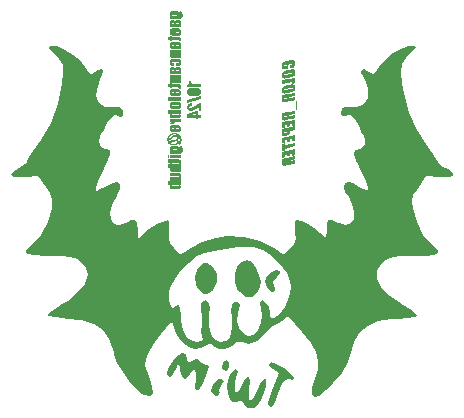
<source format=gbr>
%TF.GenerationSoftware,KiCad,Pcbnew,8.0.5*%
%TF.CreationDate,2024-10-14T18:40:36+02:00*%
%TF.ProjectId,pcb,7063622e-6b69-4636-9164-5f7063625858,rev?*%
%TF.SameCoordinates,Original*%
%TF.FileFunction,Legend,Bot*%
%TF.FilePolarity,Positive*%
%FSLAX46Y46*%
G04 Gerber Fmt 4.6, Leading zero omitted, Abs format (unit mm)*
G04 Created by KiCad (PCBNEW 8.0.5) date 2024-10-14 18:40:36*
%MOMM*%
%LPD*%
G01*
G04 APERTURE LIST*
%ADD10C,0.200000*%
%ADD11C,0.000000*%
G04 APERTURE END LIST*
D10*
G36*
X154704738Y-39860956D02*
G01*
X154704738Y-39562247D01*
X154505924Y-39603524D01*
X154454473Y-39613095D01*
X154408715Y-39616224D01*
X154392107Y-39587892D01*
X154414577Y-39544173D01*
X154462012Y-39527423D01*
X154513355Y-39515424D01*
X154518381Y-39514375D01*
X155023963Y-39409106D01*
X155074293Y-39399913D01*
X155122149Y-39396650D01*
X155142421Y-39426448D01*
X155120195Y-39466992D01*
X155073355Y-39484002D01*
X155023502Y-39495995D01*
X155007110Y-39499476D01*
X154861053Y-39529762D01*
X154861053Y-39828471D01*
X154913810Y-39817480D01*
X154965639Y-39806101D01*
X155021395Y-39792225D01*
X155070127Y-39778108D01*
X155118104Y-39761335D01*
X155161228Y-39741765D01*
X155205411Y-39711645D01*
X155242157Y-39675319D01*
X155272421Y-39635698D01*
X155290188Y-39607431D01*
X155314444Y-39558461D01*
X155331770Y-39506071D01*
X155341245Y-39457424D01*
X155345414Y-39406160D01*
X155345631Y-39391032D01*
X155343387Y-39338205D01*
X155335327Y-39284014D01*
X155321405Y-39236417D01*
X155298736Y-39190753D01*
X155265945Y-39150902D01*
X155221830Y-39121500D01*
X155174413Y-39107895D01*
X155169288Y-39107222D01*
X155116514Y-39105166D01*
X155066706Y-39108321D01*
X155017911Y-39114338D01*
X154963483Y-39123411D01*
X154924068Y-39131158D01*
X154604110Y-39197836D01*
X154555066Y-39208335D01*
X154505828Y-39219875D01*
X154454499Y-39233614D01*
X154425324Y-39242777D01*
X154380696Y-39262812D01*
X154337305Y-39291778D01*
X154309064Y-39316050D01*
X154273440Y-39355269D01*
X154245962Y-39396332D01*
X154223160Y-39442548D01*
X154221137Y-39447452D01*
X154204135Y-39498319D01*
X154194218Y-39546505D01*
X154189401Y-39596971D01*
X154188897Y-39620132D01*
X154191316Y-39673328D01*
X154200006Y-39727798D01*
X154215015Y-39775521D01*
X154239455Y-39821144D01*
X154273310Y-39860938D01*
X154316116Y-39890497D01*
X154364752Y-39905163D01*
X154419415Y-39907706D01*
X154474378Y-39903730D01*
X154530659Y-39895867D01*
X154584984Y-39885872D01*
X154594584Y-39883914D01*
X154704738Y-39860956D01*
G37*
G36*
X155180744Y-39884754D02*
G01*
X155226929Y-39903210D01*
X155254849Y-39921192D01*
X155289688Y-39956065D01*
X155316078Y-40000418D01*
X155317896Y-40004547D01*
X155334087Y-40052991D01*
X155342745Y-40101840D01*
X155345631Y-40155268D01*
X155345358Y-40172618D01*
X155341269Y-40222943D01*
X155330970Y-40275822D01*
X155314612Y-40325505D01*
X155310629Y-40335060D01*
X155287536Y-40380059D01*
X155259147Y-40420431D01*
X155225464Y-40456175D01*
X155188011Y-40486577D01*
X155144224Y-40513021D01*
X155097725Y-40532135D01*
X155068181Y-40540982D01*
X155018370Y-40554087D01*
X154965019Y-40566781D01*
X154912034Y-40578574D01*
X154862763Y-40589043D01*
X154675184Y-40627878D01*
X154644285Y-40634261D01*
X154587779Y-40645481D01*
X154538331Y-40654640D01*
X154489563Y-40662721D01*
X154436559Y-40669399D01*
X154402594Y-40670086D01*
X154353879Y-40662244D01*
X154307843Y-40643754D01*
X154279816Y-40625878D01*
X154244874Y-40591108D01*
X154218450Y-40546789D01*
X154216632Y-40542675D01*
X154200441Y-40494399D01*
X154191783Y-40445703D01*
X154188897Y-40392428D01*
X154189170Y-40374988D01*
X154190841Y-40354326D01*
X154392107Y-40354326D01*
X154409448Y-40377529D01*
X154450072Y-40374842D01*
X154501284Y-40365561D01*
X155001249Y-40261514D01*
X155018473Y-40257871D01*
X155070759Y-40245652D01*
X155119462Y-40229518D01*
X155142421Y-40193370D01*
X155124347Y-40169190D01*
X155112745Y-40169173D01*
X155063719Y-40176222D01*
X155012728Y-40186287D01*
X154504214Y-40292044D01*
X154455731Y-40303337D01*
X154407250Y-40322330D01*
X154392107Y-40354326D01*
X154190841Y-40354326D01*
X154193259Y-40324422D01*
X154203558Y-40271318D01*
X154219916Y-40221458D01*
X154223900Y-40211932D01*
X154247027Y-40167019D01*
X154275496Y-40126637D01*
X154309309Y-40090788D01*
X154346761Y-40060410D01*
X154390548Y-40034047D01*
X154437048Y-40015073D01*
X154466508Y-40006309D01*
X154516235Y-39993287D01*
X154569538Y-39980642D01*
X154622500Y-39968872D01*
X154671765Y-39958408D01*
X154859344Y-39919574D01*
X154890243Y-39913189D01*
X154946749Y-39901952D01*
X154996197Y-39892758D01*
X155044965Y-39884616D01*
X155097969Y-39877808D01*
X155131949Y-39877015D01*
X155180744Y-39884754D01*
G37*
G36*
X154204528Y-41127110D02*
G01*
X155095526Y-40941730D01*
X155095526Y-41113677D01*
X155330000Y-41065073D01*
X155330000Y-40594417D01*
X154204528Y-40828401D01*
X154204528Y-41127110D01*
G37*
G36*
X155180744Y-41160679D02*
G01*
X155226929Y-41179134D01*
X155254849Y-41197117D01*
X155289688Y-41231990D01*
X155316078Y-41276343D01*
X155317896Y-41280472D01*
X155334087Y-41328916D01*
X155342745Y-41377765D01*
X155345631Y-41431193D01*
X155345358Y-41448543D01*
X155341269Y-41498867D01*
X155330970Y-41551747D01*
X155314612Y-41601430D01*
X155310629Y-41610985D01*
X155287536Y-41655984D01*
X155259147Y-41696356D01*
X155225464Y-41732100D01*
X155188011Y-41762502D01*
X155144224Y-41788946D01*
X155097725Y-41808060D01*
X155068181Y-41816907D01*
X155018370Y-41830012D01*
X154965019Y-41842706D01*
X154912034Y-41854498D01*
X154862763Y-41864968D01*
X154675184Y-41903803D01*
X154644285Y-41910185D01*
X154587779Y-41921405D01*
X154538331Y-41930564D01*
X154489563Y-41938645D01*
X154436559Y-41945324D01*
X154402594Y-41946011D01*
X154353879Y-41938168D01*
X154307843Y-41919678D01*
X154279816Y-41901803D01*
X154244874Y-41867033D01*
X154218450Y-41822714D01*
X154216632Y-41818600D01*
X154200441Y-41770324D01*
X154191783Y-41721628D01*
X154188897Y-41668353D01*
X154189170Y-41650913D01*
X154190841Y-41630251D01*
X154392107Y-41630251D01*
X154409448Y-41653454D01*
X154450072Y-41650766D01*
X154501284Y-41641486D01*
X155001249Y-41537438D01*
X155018473Y-41533796D01*
X155070759Y-41521577D01*
X155119462Y-41505443D01*
X155142421Y-41469295D01*
X155124347Y-41445115D01*
X155112745Y-41445098D01*
X155063719Y-41452146D01*
X155012728Y-41462212D01*
X154504214Y-41567969D01*
X154455731Y-41579261D01*
X154407250Y-41598255D01*
X154392107Y-41630251D01*
X154190841Y-41630251D01*
X154193259Y-41600346D01*
X154203558Y-41547242D01*
X154219916Y-41497383D01*
X154223900Y-41487856D01*
X154247027Y-41442943D01*
X154275496Y-41402562D01*
X154309309Y-41366713D01*
X154346761Y-41336335D01*
X154390548Y-41309972D01*
X154437048Y-41290997D01*
X154466508Y-41282233D01*
X154516235Y-41269212D01*
X154569538Y-41256566D01*
X154622500Y-41244797D01*
X154671765Y-41234333D01*
X154859344Y-41195498D01*
X154890243Y-41189114D01*
X154946749Y-41177876D01*
X154996197Y-41168683D01*
X155044965Y-41160540D01*
X155097969Y-41153733D01*
X155131949Y-41152939D01*
X155180744Y-41160679D01*
G37*
G36*
X155330000Y-42169050D02*
G01*
X154829790Y-42273098D01*
X154829947Y-42281591D01*
X154847620Y-42328053D01*
X154851525Y-42329290D01*
X154900469Y-42327161D01*
X154951912Y-42317794D01*
X155330000Y-42239148D01*
X155330000Y-42517829D01*
X155031535Y-42579867D01*
X155023179Y-42581594D01*
X154970382Y-42592094D01*
X154917132Y-42601507D01*
X154864961Y-42606978D01*
X154840586Y-42603303D01*
X154795840Y-42583286D01*
X154771260Y-42563743D01*
X154747236Y-42520027D01*
X154745912Y-42530091D01*
X154728406Y-42577318D01*
X154695701Y-42616748D01*
X154667063Y-42637142D01*
X154622147Y-42657750D01*
X154570932Y-42673992D01*
X154517404Y-42686601D01*
X154508427Y-42688432D01*
X154457731Y-42696836D01*
X154405445Y-42701040D01*
X154354734Y-42698460D01*
X154304912Y-42684159D01*
X154274199Y-42665581D01*
X154240264Y-42628956D01*
X154220893Y-42581821D01*
X154212982Y-42532153D01*
X154208620Y-42479178D01*
X154206127Y-42423780D01*
X154204928Y-42370570D01*
X154204862Y-42360781D01*
X154407739Y-42360781D01*
X154407752Y-42363198D01*
X154421660Y-42412316D01*
X154435445Y-42418335D01*
X154485163Y-42414759D01*
X154546957Y-42401814D01*
X154585630Y-42392049D01*
X154630244Y-42367376D01*
X154633692Y-42360934D01*
X154642212Y-42311933D01*
X154407739Y-42360781D01*
X154204862Y-42360781D01*
X154204528Y-42310956D01*
X154204528Y-42104326D01*
X155330000Y-41870341D01*
X155330000Y-42169050D01*
G37*
G36*
X155423789Y-42539567D02*
G01*
X155423789Y-43331646D01*
X155501946Y-43315526D01*
X155501946Y-42523447D01*
X155423789Y-42539567D01*
G37*
G36*
X155330000Y-43695080D02*
G01*
X154829790Y-43799127D01*
X154829947Y-43807620D01*
X154847620Y-43854082D01*
X154851525Y-43855320D01*
X154900469Y-43853190D01*
X154951912Y-43843824D01*
X155330000Y-43765177D01*
X155330000Y-44043859D01*
X155031535Y-44105896D01*
X155023179Y-44107623D01*
X154970382Y-44118124D01*
X154917132Y-44127537D01*
X154864961Y-44133007D01*
X154840586Y-44129332D01*
X154795840Y-44109316D01*
X154771260Y-44089772D01*
X154747236Y-44046057D01*
X154745912Y-44056120D01*
X154728406Y-44103347D01*
X154695701Y-44142777D01*
X154667063Y-44163171D01*
X154622147Y-44183779D01*
X154570932Y-44200021D01*
X154517404Y-44212630D01*
X154508427Y-44214462D01*
X154457731Y-44222865D01*
X154405445Y-44227069D01*
X154354734Y-44224489D01*
X154304912Y-44210188D01*
X154274199Y-44191610D01*
X154240264Y-44154985D01*
X154220893Y-44107850D01*
X154212982Y-44058183D01*
X154208620Y-44005207D01*
X154206127Y-43949809D01*
X154204928Y-43896599D01*
X154204862Y-43886810D01*
X154407739Y-43886810D01*
X154407752Y-43889227D01*
X154421660Y-43938346D01*
X154435445Y-43944364D01*
X154485163Y-43940788D01*
X154546957Y-43927843D01*
X154585630Y-43918078D01*
X154630244Y-43893405D01*
X154633692Y-43886964D01*
X154642212Y-43837962D01*
X154407739Y-43886810D01*
X154204862Y-43886810D01*
X154204528Y-43836985D01*
X154204528Y-43630355D01*
X155330000Y-43396371D01*
X155330000Y-43695080D01*
G37*
G36*
X154204528Y-44383600D02*
G01*
X154204528Y-44871353D01*
X154439002Y-44822505D01*
X154439002Y-44633461D01*
X154626580Y-44594382D01*
X154626580Y-44771214D01*
X154861053Y-44722609D01*
X154861053Y-44545778D01*
X155095526Y-44496929D01*
X155095526Y-44704535D01*
X155330000Y-44655931D01*
X155330000Y-44149616D01*
X154204528Y-44383600D01*
G37*
G36*
X155330000Y-45029623D02*
G01*
X154876685Y-45123900D01*
X154876685Y-45193510D01*
X154876582Y-45205178D01*
X154873568Y-45254805D01*
X154865325Y-45304416D01*
X154850307Y-45352267D01*
X154841421Y-45371707D01*
X154813015Y-45414881D01*
X154773859Y-45449476D01*
X154760460Y-45457490D01*
X154714521Y-45477798D01*
X154667018Y-45492524D01*
X154617299Y-45504187D01*
X154521556Y-45524214D01*
X154467241Y-45534645D01*
X154416770Y-45542020D01*
X154366706Y-45544975D01*
X154324965Y-45539445D01*
X154279267Y-45518597D01*
X154276979Y-45516990D01*
X154243495Y-45479167D01*
X154223579Y-45433112D01*
X154218091Y-45412888D01*
X154209905Y-45364211D01*
X154205719Y-45311021D01*
X154204528Y-45256280D01*
X154204528Y-45221353D01*
X154407739Y-45221353D01*
X154407863Y-45229529D01*
X154421905Y-45278018D01*
X154439706Y-45283794D01*
X154489071Y-45278750D01*
X154579685Y-45259944D01*
X154609531Y-45252669D01*
X154656133Y-45230390D01*
X154660198Y-45225769D01*
X154673475Y-45177390D01*
X154673230Y-45166154D01*
X154407739Y-45221353D01*
X154204528Y-45221353D01*
X154204528Y-44964898D01*
X155330000Y-44730914D01*
X155330000Y-45029623D01*
G37*
G36*
X154204528Y-45667341D02*
G01*
X154204528Y-46155094D01*
X154439002Y-46106245D01*
X154439002Y-45917201D01*
X154626580Y-45878122D01*
X154626580Y-46054954D01*
X154861053Y-46006350D01*
X154861053Y-45829518D01*
X155095526Y-45780669D01*
X155095526Y-45988276D01*
X155330000Y-45939672D01*
X155330000Y-45433356D01*
X154204528Y-45667341D01*
G37*
G36*
X154204528Y-46815771D02*
G01*
X154439002Y-46766922D01*
X154439002Y-46598883D01*
X155330000Y-46413747D01*
X155330000Y-46115038D01*
X154439002Y-46300174D01*
X154439002Y-46132868D01*
X154204528Y-46181716D01*
X154204528Y-46815771D01*
G37*
G36*
X154204528Y-46874877D02*
G01*
X154204528Y-47362630D01*
X154439002Y-47313782D01*
X154439002Y-47124738D01*
X154626580Y-47085659D01*
X154626580Y-47262491D01*
X154861053Y-47213886D01*
X154861053Y-47037055D01*
X155095526Y-46988206D01*
X155095526Y-47195812D01*
X155330000Y-47147208D01*
X155330000Y-46640893D01*
X154204528Y-46874877D01*
G37*
G36*
X155330000Y-47520900D02*
G01*
X154829790Y-47624947D01*
X154829947Y-47633440D01*
X154847620Y-47679902D01*
X154851525Y-47681140D01*
X154900469Y-47679010D01*
X154951912Y-47669644D01*
X155330000Y-47590997D01*
X155330000Y-47869678D01*
X155031535Y-47931716D01*
X155023179Y-47933443D01*
X154970382Y-47943944D01*
X154917132Y-47953357D01*
X154864961Y-47958827D01*
X154840586Y-47955152D01*
X154795840Y-47935136D01*
X154771260Y-47915592D01*
X154747236Y-47871877D01*
X154745912Y-47881940D01*
X154728406Y-47929167D01*
X154695701Y-47968597D01*
X154667063Y-47988991D01*
X154622147Y-48009599D01*
X154570932Y-48025841D01*
X154517404Y-48038450D01*
X154508427Y-48040282D01*
X154457731Y-48048685D01*
X154405445Y-48052889D01*
X154354734Y-48050309D01*
X154304912Y-48036008D01*
X154274199Y-48017430D01*
X154240264Y-47980805D01*
X154220893Y-47933670D01*
X154212982Y-47884003D01*
X154208620Y-47831027D01*
X154206127Y-47775629D01*
X154204928Y-47722419D01*
X154204862Y-47712630D01*
X154407739Y-47712630D01*
X154407752Y-47715047D01*
X154421660Y-47764166D01*
X154435445Y-47770184D01*
X154485163Y-47766608D01*
X154546957Y-47753663D01*
X154585630Y-47743898D01*
X154630244Y-47719225D01*
X154633692Y-47712784D01*
X154642212Y-47663782D01*
X154407739Y-47712630D01*
X154204862Y-47712630D01*
X154204528Y-47662805D01*
X154204528Y-47456175D01*
X155330000Y-47222191D01*
X155330000Y-47520900D01*
G37*
G36*
X145580662Y-34976117D02*
G01*
X145637116Y-34982343D01*
X145684313Y-34996259D01*
X145726918Y-35021580D01*
X145760397Y-35062073D01*
X145765958Y-35072684D01*
X145784612Y-35119136D01*
X145797526Y-35171999D01*
X145804118Y-35223514D01*
X145806315Y-35279938D01*
X145805707Y-35313096D01*
X145802203Y-35362479D01*
X145794540Y-35412634D01*
X145781402Y-35461654D01*
X145769416Y-35491990D01*
X145743810Y-35536978D01*
X145708862Y-35575716D01*
X145705890Y-35578262D01*
X145665285Y-35606792D01*
X145618492Y-35623587D01*
X145581965Y-35627194D01*
X145532573Y-35629297D01*
X145483337Y-35630186D01*
X145433600Y-35630426D01*
X144727739Y-35630426D01*
X144727739Y-35358584D01*
X144789288Y-35340998D01*
X144761209Y-35313174D01*
X144756215Y-35305339D01*
X144884054Y-35305339D01*
X144897976Y-35330740D01*
X144923682Y-35335137D01*
X144972958Y-35336602D01*
X145255059Y-35336602D01*
X145300528Y-35335765D01*
X145349825Y-35329519D01*
X145368632Y-35300454D01*
X145353733Y-35275297D01*
X145329769Y-35270914D01*
X145278995Y-35269191D01*
X144972958Y-35269191D01*
X144950465Y-35269588D01*
X144900662Y-35277495D01*
X144884054Y-35305339D01*
X144756215Y-35305339D01*
X144734577Y-35271389D01*
X144733195Y-35268601D01*
X144717044Y-35221401D01*
X144712107Y-35172715D01*
X144712336Y-35160516D01*
X144719034Y-35110486D01*
X144737352Y-35064233D01*
X144770725Y-35024704D01*
X144804568Y-35003439D01*
X144853480Y-34986779D01*
X144906591Y-34978425D01*
X144960502Y-34976100D01*
X145286810Y-34976100D01*
X145329706Y-34977260D01*
X145380411Y-34982644D01*
X145427983Y-34994662D01*
X145437249Y-34998424D01*
X145478558Y-35025668D01*
X145509560Y-35063783D01*
X145523131Y-35090710D01*
X145536913Y-35141501D01*
X145540579Y-35191277D01*
X145537259Y-35229806D01*
X145523237Y-35277007D01*
X145511841Y-35300935D01*
X145483914Y-35341487D01*
X145539357Y-35341487D01*
X145567232Y-35340937D01*
X145617515Y-35332694D01*
X145634368Y-35297035D01*
X145620629Y-35271089D01*
X145571842Y-35260887D01*
X145571842Y-34975855D01*
X145580662Y-34976117D01*
G37*
G36*
X145087264Y-35973832D02*
G01*
X144986147Y-35973832D01*
X144949804Y-35974276D01*
X144898709Y-35979449D01*
X144884054Y-36008026D01*
X144902128Y-36036846D01*
X144938072Y-36044351D01*
X144987613Y-36046127D01*
X145220132Y-36046127D01*
X145397452Y-36046127D01*
X145428548Y-36045715D01*
X145480251Y-36039533D01*
X145493684Y-36011933D01*
X145475610Y-35981647D01*
X145435259Y-35975121D01*
X145386217Y-35973832D01*
X145340571Y-35975484D01*
X145291695Y-35983846D01*
X145253184Y-36008481D01*
X145220132Y-36046127D01*
X144987613Y-36046127D01*
X145009250Y-36045718D01*
X145057711Y-36037579D01*
X145063713Y-36031849D01*
X145087635Y-35988317D01*
X145108327Y-35940972D01*
X145126831Y-35895185D01*
X145139238Y-35864258D01*
X145160123Y-35817335D01*
X145185431Y-35770469D01*
X145216468Y-35731543D01*
X145255154Y-35711003D01*
X145307090Y-35700503D01*
X145361304Y-35697837D01*
X145436775Y-35697837D01*
X145486844Y-35700070D01*
X145536381Y-35708318D01*
X145586022Y-35727852D01*
X145622644Y-35761340D01*
X145645313Y-35802175D01*
X145660552Y-35849737D01*
X145665631Y-35900070D01*
X145665606Y-35903673D01*
X145659220Y-35953987D01*
X145639986Y-35999966D01*
X145627346Y-36019078D01*
X145591625Y-36053699D01*
X145650000Y-36053699D01*
X145650000Y-36339219D01*
X145187648Y-36339219D01*
X145146709Y-36339088D01*
X145096266Y-36338506D01*
X145039866Y-36337124D01*
X144990860Y-36335014D01*
X144941813Y-36331522D01*
X144888206Y-36324320D01*
X144840040Y-36307261D01*
X144797300Y-36276233D01*
X144763154Y-36235904D01*
X144756972Y-36226412D01*
X144734091Y-36176968D01*
X144720532Y-36123773D01*
X144713902Y-36070089D01*
X144712107Y-36018772D01*
X144713653Y-35975530D01*
X144720522Y-35922682D01*
X144734819Y-35869797D01*
X144756071Y-35823866D01*
X144781882Y-35785375D01*
X144816368Y-35749086D01*
X144857676Y-35722994D01*
X144868896Y-35718498D01*
X144917088Y-35705797D01*
X144970516Y-35699409D01*
X145019853Y-35697837D01*
X145087264Y-35697837D01*
X145087264Y-35973832D01*
G37*
G36*
X145366223Y-36408522D02*
G01*
X145416856Y-36412529D01*
X145468771Y-36422017D01*
X145482189Y-36426112D01*
X145526989Y-36446275D01*
X145568422Y-36475506D01*
X145587363Y-36493934D01*
X145617576Y-36535785D01*
X145639741Y-36583217D01*
X145641334Y-36587542D01*
X145655518Y-36637760D01*
X145663103Y-36687620D01*
X145665631Y-36741487D01*
X145665606Y-36747212D01*
X145663079Y-36796079D01*
X145655422Y-36844756D01*
X145639497Y-36895360D01*
X145628787Y-36917777D01*
X145599336Y-36961162D01*
X145561339Y-36997453D01*
X145554832Y-37002405D01*
X145510720Y-37030548D01*
X145463398Y-37048744D01*
X145430955Y-37054540D01*
X145382137Y-37058662D01*
X145333217Y-37059735D01*
X145259211Y-37059735D01*
X145259211Y-36781054D01*
X145386706Y-36781054D01*
X145423485Y-36780148D01*
X145473168Y-36771773D01*
X145493684Y-36735869D01*
X145478785Y-36707781D01*
X145452346Y-36702286D01*
X145403314Y-36700454D01*
X145212316Y-36700454D01*
X145212316Y-37059735D01*
X145084577Y-37059735D01*
X145076315Y-37059705D01*
X145021685Y-37057766D01*
X144972664Y-37052812D01*
X144923511Y-37043459D01*
X144876971Y-37028228D01*
X144867774Y-37024138D01*
X144825222Y-36998220D01*
X144788395Y-36963192D01*
X144757292Y-36919051D01*
X144735450Y-36871979D01*
X144722035Y-36824688D01*
X144714269Y-36772267D01*
X144712666Y-36735137D01*
X144884054Y-36735137D01*
X144902372Y-36759317D01*
X144943413Y-36764823D01*
X144993719Y-36765911D01*
X145056001Y-36765911D01*
X145056001Y-36700454D01*
X144993719Y-36700454D01*
X144950509Y-36701003D01*
X144899441Y-36706072D01*
X144884054Y-36735137D01*
X144712666Y-36735137D01*
X144712107Y-36722192D01*
X144712695Y-36698172D01*
X144718315Y-36646639D01*
X144729885Y-36598584D01*
X144749720Y-36549268D01*
X144776320Y-36506225D01*
X144813073Y-36468409D01*
X144857676Y-36440580D01*
X144896083Y-36426047D01*
X144946736Y-36414661D01*
X144998378Y-36408952D01*
X145048674Y-36407363D01*
X145312700Y-36407363D01*
X145366223Y-36408522D01*
G37*
G36*
X144602686Y-37439044D02*
G01*
X144743370Y-37439044D01*
X144743370Y-37513783D01*
X144899685Y-37513783D01*
X144899685Y-37439044D01*
X145388904Y-37439044D01*
X145440334Y-37439881D01*
X145485624Y-37446127D01*
X145493298Y-37496997D01*
X145493684Y-37525506D01*
X145650000Y-37525506D01*
X145650000Y-37405827D01*
X145649362Y-37356340D01*
X145646851Y-37307348D01*
X145641939Y-37268319D01*
X145624329Y-37221704D01*
X145603349Y-37193580D01*
X145564253Y-37163616D01*
X145534228Y-37153036D01*
X145481481Y-37147693D01*
X145427527Y-37145839D01*
X145374717Y-37145251D01*
X145357885Y-37145220D01*
X144899685Y-37145220D01*
X144899685Y-37085381D01*
X144743370Y-37085381D01*
X144743370Y-37145220D01*
X144602686Y-37145220D01*
X144602686Y-37439044D01*
G37*
G36*
X145087264Y-37820307D02*
G01*
X144986147Y-37820307D01*
X144949804Y-37820752D01*
X144898709Y-37825925D01*
X144884054Y-37854501D01*
X144902128Y-37883322D01*
X144938072Y-37890827D01*
X144987613Y-37892603D01*
X145220132Y-37892603D01*
X145397452Y-37892603D01*
X145428548Y-37892191D01*
X145480251Y-37886009D01*
X145493684Y-37858409D01*
X145475610Y-37828123D01*
X145435259Y-37821597D01*
X145386217Y-37820307D01*
X145340571Y-37821960D01*
X145291695Y-37830321D01*
X145253184Y-37854957D01*
X145220132Y-37892603D01*
X144987613Y-37892603D01*
X145009250Y-37892194D01*
X145057711Y-37884055D01*
X145063713Y-37878324D01*
X145087635Y-37834793D01*
X145108327Y-37787448D01*
X145126831Y-37741661D01*
X145139238Y-37710734D01*
X145160123Y-37663811D01*
X145185431Y-37616945D01*
X145216468Y-37578019D01*
X145255154Y-37557479D01*
X145307090Y-37546979D01*
X145361304Y-37544313D01*
X145436775Y-37544313D01*
X145486844Y-37546546D01*
X145536381Y-37554794D01*
X145586022Y-37574328D01*
X145622644Y-37607816D01*
X145645313Y-37648651D01*
X145660552Y-37696213D01*
X145665631Y-37746546D01*
X145665606Y-37750149D01*
X145659220Y-37800463D01*
X145639986Y-37846441D01*
X145627346Y-37865553D01*
X145591625Y-37900175D01*
X145650000Y-37900175D01*
X145650000Y-38185695D01*
X145187648Y-38185695D01*
X145146709Y-38185564D01*
X145096266Y-38184982D01*
X145039866Y-38183600D01*
X144990860Y-38181490D01*
X144941813Y-38177998D01*
X144888206Y-38170796D01*
X144840040Y-38153737D01*
X144797300Y-38122709D01*
X144763154Y-38082380D01*
X144756972Y-38072888D01*
X144734091Y-38023444D01*
X144720532Y-37970249D01*
X144713902Y-37916565D01*
X144712107Y-37865248D01*
X144713653Y-37822006D01*
X144720522Y-37769158D01*
X144734819Y-37716272D01*
X144756071Y-37670342D01*
X144781882Y-37631851D01*
X144816368Y-37595562D01*
X144857676Y-37569470D01*
X144868896Y-37564974D01*
X144917088Y-37552273D01*
X144970516Y-37545885D01*
X145019853Y-37544313D01*
X145087264Y-37544313D01*
X145087264Y-37820307D01*
G37*
G36*
X144727739Y-38560363D02*
G01*
X144787334Y-38556944D01*
X144753289Y-38592081D01*
X144737508Y-38617516D01*
X144719276Y-38663058D01*
X144712206Y-38714503D01*
X144712107Y-38721808D01*
X144717053Y-38773717D01*
X144733574Y-38821425D01*
X144747278Y-38843441D01*
X144783939Y-38880403D01*
X144828436Y-38902445D01*
X144834961Y-38904257D01*
X144883825Y-38912592D01*
X144932915Y-38916319D01*
X144985503Y-38917815D01*
X145007397Y-38917935D01*
X145650000Y-38917935D01*
X145650000Y-38624843D01*
X145011549Y-38624843D01*
X144960911Y-38624319D01*
X144910551Y-38621296D01*
X144901395Y-38619470D01*
X144884054Y-38592115D01*
X144904570Y-38561585D01*
X144957317Y-38556282D01*
X145008111Y-38555290D01*
X145026448Y-38555234D01*
X145650000Y-38555234D01*
X145650000Y-38262143D01*
X144727739Y-38262143D01*
X144727739Y-38560363D01*
G37*
G36*
X145087264Y-39622820D02*
G01*
X145087264Y-39345604D01*
X144972226Y-39345604D01*
X144923050Y-39343208D01*
X144901151Y-39338033D01*
X144884054Y-39311410D01*
X144898220Y-39285520D01*
X144947486Y-39279009D01*
X144971004Y-39278682D01*
X145403314Y-39278682D01*
X145452315Y-39282879D01*
X145472191Y-39289428D01*
X145493684Y-39319714D01*
X145470969Y-39351222D01*
X145420540Y-39358975D01*
X145377669Y-39360014D01*
X145259211Y-39360014D01*
X145259211Y-39622820D01*
X145313998Y-39622041D01*
X145366473Y-39620180D01*
X145417438Y-39616488D01*
X145432379Y-39614760D01*
X145481713Y-39602084D01*
X145528612Y-39579095D01*
X145546929Y-39567377D01*
X145586874Y-39534083D01*
X145618782Y-39493921D01*
X145635589Y-39463329D01*
X145652693Y-39415675D01*
X145662081Y-39366292D01*
X145665514Y-39316912D01*
X145665631Y-39305304D01*
X145663668Y-39255282D01*
X145656615Y-39203838D01*
X145642550Y-39153263D01*
X145624598Y-39114795D01*
X145595628Y-39074580D01*
X145556432Y-39039711D01*
X145509560Y-39014655D01*
X145457463Y-38999328D01*
X145407370Y-38991153D01*
X145357403Y-38986981D01*
X145301709Y-38985590D01*
X145044521Y-38985590D01*
X144989658Y-38987086D01*
X144936331Y-38992345D01*
X144887501Y-39002630D01*
X144867201Y-39009526D01*
X144823661Y-39035286D01*
X144787068Y-39072296D01*
X144759490Y-39112108D01*
X144736585Y-39158817D01*
X144721176Y-39210743D01*
X144713773Y-39261278D01*
X144712107Y-39301885D01*
X144715053Y-39355221D01*
X144723892Y-39404589D01*
X144740878Y-39455383D01*
X144759246Y-39491417D01*
X144787713Y-39531738D01*
X144823920Y-39566705D01*
X144869313Y-39593212D01*
X144878192Y-39596686D01*
X144929464Y-39610467D01*
X144979686Y-39617818D01*
X145030343Y-39621569D01*
X145087264Y-39622820D01*
G37*
G36*
X145087264Y-39949128D02*
G01*
X144986147Y-39949128D01*
X144949804Y-39949573D01*
X144898709Y-39954746D01*
X144884054Y-39983322D01*
X144902128Y-40012143D01*
X144938072Y-40019648D01*
X144987613Y-40021424D01*
X145220132Y-40021424D01*
X145397452Y-40021424D01*
X145428548Y-40021012D01*
X145480251Y-40014829D01*
X145493684Y-39987230D01*
X145475610Y-39956944D01*
X145435259Y-39950418D01*
X145386217Y-39949128D01*
X145340571Y-39950781D01*
X145291695Y-39959142D01*
X145253184Y-39983777D01*
X145220132Y-40021424D01*
X144987613Y-40021424D01*
X145009250Y-40021015D01*
X145057711Y-40012876D01*
X145063713Y-40007145D01*
X145087635Y-39963614D01*
X145108327Y-39916269D01*
X145126831Y-39870482D01*
X145139238Y-39839555D01*
X145160123Y-39792631D01*
X145185431Y-39745765D01*
X145216468Y-39706839D01*
X145255154Y-39686300D01*
X145307090Y-39675800D01*
X145361304Y-39673134D01*
X145436775Y-39673134D01*
X145486844Y-39675366D01*
X145536381Y-39683614D01*
X145586022Y-39703149D01*
X145622644Y-39736637D01*
X145645313Y-39777471D01*
X145660552Y-39825034D01*
X145665631Y-39875367D01*
X145665606Y-39878969D01*
X145659220Y-39929283D01*
X145639986Y-39975262D01*
X145627346Y-39994374D01*
X145591625Y-40028996D01*
X145650000Y-40028996D01*
X145650000Y-40314515D01*
X145187648Y-40314515D01*
X145146709Y-40314385D01*
X145096266Y-40313803D01*
X145039866Y-40312420D01*
X144990860Y-40310311D01*
X144941813Y-40306819D01*
X144888206Y-40299617D01*
X144840040Y-40282557D01*
X144797300Y-40251529D01*
X144763154Y-40211201D01*
X144756972Y-40201709D01*
X144734091Y-40152264D01*
X144720532Y-40099069D01*
X144713902Y-40045386D01*
X144712107Y-39994069D01*
X144713653Y-39950826D01*
X144720522Y-39897978D01*
X144734819Y-39845093D01*
X144756071Y-39799163D01*
X144781882Y-39760671D01*
X144816368Y-39724383D01*
X144857676Y-39698291D01*
X144868896Y-39693795D01*
X144917088Y-39681094D01*
X144970516Y-39674706D01*
X145019853Y-39673134D01*
X145087264Y-39673134D01*
X145087264Y-39949128D01*
G37*
G36*
X144727739Y-40689184D02*
G01*
X144787334Y-40685765D01*
X144753289Y-40720901D01*
X144737508Y-40746337D01*
X144719276Y-40791878D01*
X144712206Y-40843323D01*
X144712107Y-40850629D01*
X144717053Y-40902538D01*
X144733574Y-40950246D01*
X144747278Y-40972261D01*
X144783939Y-41009223D01*
X144828436Y-41031266D01*
X144834961Y-41033078D01*
X144883825Y-41041413D01*
X144932915Y-41045139D01*
X144985503Y-41046635D01*
X145007397Y-41046756D01*
X145650000Y-41046756D01*
X145650000Y-40753664D01*
X145011549Y-40753664D01*
X144960911Y-40753139D01*
X144910551Y-40750117D01*
X144901395Y-40748291D01*
X144884054Y-40720936D01*
X144904570Y-40690405D01*
X144957317Y-40685103D01*
X145008111Y-40684111D01*
X145026448Y-40684055D01*
X145650000Y-40684055D01*
X145650000Y-40390963D01*
X144727739Y-40390963D01*
X144727739Y-40689184D01*
G37*
G36*
X144602686Y-41430950D02*
G01*
X144743370Y-41430950D01*
X144743370Y-41505688D01*
X144899685Y-41505688D01*
X144899685Y-41430950D01*
X145388904Y-41430950D01*
X145440334Y-41431786D01*
X145485624Y-41438033D01*
X145493298Y-41488903D01*
X145493684Y-41517411D01*
X145650000Y-41517411D01*
X145650000Y-41397732D01*
X145649362Y-41348245D01*
X145646851Y-41299253D01*
X145641939Y-41260224D01*
X145624329Y-41213609D01*
X145603349Y-41185485D01*
X145564253Y-41155521D01*
X145534228Y-41144941D01*
X145481481Y-41139598D01*
X145427527Y-41137744D01*
X145374717Y-41137156D01*
X145357885Y-41137125D01*
X144899685Y-41137125D01*
X144899685Y-41077286D01*
X144743370Y-41077286D01*
X144743370Y-41137125D01*
X144602686Y-41137125D01*
X144602686Y-41430950D01*
G37*
G36*
X145366223Y-41541530D02*
G01*
X145416856Y-41545537D01*
X145468771Y-41555025D01*
X145482189Y-41559120D01*
X145526989Y-41579282D01*
X145568422Y-41608514D01*
X145587363Y-41626942D01*
X145617576Y-41668792D01*
X145639741Y-41716225D01*
X145641334Y-41720550D01*
X145655518Y-41770768D01*
X145663103Y-41820628D01*
X145665631Y-41874495D01*
X145665606Y-41880220D01*
X145663079Y-41929087D01*
X145655422Y-41977763D01*
X145639497Y-42028368D01*
X145628787Y-42050784D01*
X145599336Y-42094170D01*
X145561339Y-42130461D01*
X145554832Y-42135413D01*
X145510720Y-42163556D01*
X145463398Y-42181752D01*
X145430955Y-42187548D01*
X145382137Y-42191670D01*
X145333217Y-42192743D01*
X145259211Y-42192743D01*
X145259211Y-41914062D01*
X145386706Y-41914062D01*
X145423485Y-41913155D01*
X145473168Y-41904781D01*
X145493684Y-41868877D01*
X145478785Y-41840789D01*
X145452346Y-41835294D01*
X145403314Y-41833462D01*
X145212316Y-41833462D01*
X145212316Y-42192743D01*
X145084577Y-42192743D01*
X145076315Y-42192712D01*
X145021685Y-42190774D01*
X144972664Y-42185820D01*
X144923511Y-42176466D01*
X144876971Y-42161236D01*
X144867774Y-42157146D01*
X144825222Y-42131228D01*
X144788395Y-42096199D01*
X144757292Y-42052059D01*
X144735450Y-42004987D01*
X144722035Y-41957695D01*
X144714269Y-41905275D01*
X144712666Y-41868144D01*
X144884054Y-41868144D01*
X144902372Y-41892324D01*
X144943413Y-41897830D01*
X144993719Y-41898919D01*
X145056001Y-41898919D01*
X145056001Y-41833462D01*
X144993719Y-41833462D01*
X144950509Y-41834010D01*
X144899441Y-41839079D01*
X144884054Y-41868144D01*
X144712666Y-41868144D01*
X144712107Y-41855199D01*
X144712695Y-41831180D01*
X144718315Y-41779647D01*
X144729885Y-41731591D01*
X144749720Y-41682275D01*
X144776320Y-41639232D01*
X144813073Y-41601417D01*
X144857676Y-41573587D01*
X144896083Y-41559055D01*
X144946736Y-41547669D01*
X144998378Y-41541960D01*
X145048674Y-41540370D01*
X145312700Y-41540370D01*
X145366223Y-41541530D01*
G37*
G36*
X144524528Y-42565213D02*
G01*
X145650000Y-42565213D01*
X145650000Y-42263818D01*
X144524528Y-42263818D01*
X144524528Y-42565213D01*
G37*
G36*
X145327158Y-42638621D02*
G01*
X145379036Y-42640304D01*
X145428860Y-42644497D01*
X145481228Y-42653873D01*
X145495684Y-42658110D01*
X145542193Y-42678105D01*
X145582344Y-42706141D01*
X145594954Y-42718294D01*
X145624740Y-42759808D01*
X145645115Y-42808235D01*
X145647599Y-42816526D01*
X145658398Y-42866014D01*
X145664008Y-42916714D01*
X145665631Y-42966993D01*
X145663270Y-43017645D01*
X145655218Y-43069064D01*
X145641451Y-43115981D01*
X145627682Y-43147122D01*
X145600731Y-43188338D01*
X145566224Y-43222959D01*
X145550099Y-43235366D01*
X145506555Y-43260869D01*
X145457048Y-43277425D01*
X145428424Y-43282374D01*
X145376827Y-43287335D01*
X145326483Y-43289518D01*
X145275819Y-43290126D01*
X145054047Y-43290126D01*
X145013951Y-43289460D01*
X144960341Y-43285721D01*
X144908722Y-43276204D01*
X144899635Y-43273429D01*
X144854970Y-43253243D01*
X144814445Y-43224913D01*
X144795209Y-43207068D01*
X144764012Y-43165990D01*
X144740439Y-43118912D01*
X144735376Y-43105811D01*
X144722095Y-43058795D01*
X144714348Y-43006626D01*
X144712533Y-42965039D01*
X144884054Y-42965039D01*
X144899197Y-42990684D01*
X144933235Y-42995819D01*
X144983217Y-42997035D01*
X145406245Y-42997035D01*
X145429418Y-42996719D01*
X145478785Y-42990440D01*
X145493684Y-42964306D01*
X145477320Y-42938416D01*
X145446438Y-42933080D01*
X145397208Y-42931578D01*
X144983217Y-42931578D01*
X144948842Y-42932119D01*
X144899441Y-42938416D01*
X144884054Y-42965039D01*
X144712533Y-42965039D01*
X144712107Y-42955269D01*
X144713661Y-42914170D01*
X144720569Y-42863727D01*
X144734945Y-42812926D01*
X144756315Y-42768423D01*
X144786759Y-42726888D01*
X144826750Y-42691392D01*
X144873551Y-42666574D01*
X144913363Y-42654286D01*
X144966326Y-42644658D01*
X145020670Y-42639830D01*
X145073831Y-42638486D01*
X145305861Y-42638486D01*
X145327158Y-42638621D01*
G37*
G36*
X145650000Y-43635485D02*
G01*
X145588695Y-43650873D01*
X145616773Y-43679413D01*
X145643405Y-43720970D01*
X145660075Y-43766461D01*
X145665631Y-43815492D01*
X145664317Y-43841209D01*
X145652457Y-43892393D01*
X145628262Y-43937370D01*
X145621139Y-43946746D01*
X145584835Y-43981701D01*
X145540334Y-44003071D01*
X145490875Y-44012085D01*
X145441692Y-44015892D01*
X145389148Y-44016993D01*
X144981263Y-44016993D01*
X144951428Y-44016879D01*
X144897670Y-44015833D01*
X144848639Y-44012352D01*
X144826440Y-44006968D01*
X144782937Y-43984508D01*
X144756223Y-43960279D01*
X144730669Y-43917586D01*
X144729527Y-43914839D01*
X144716186Y-43866998D01*
X144712107Y-43815492D01*
X144716669Y-43769192D01*
X144732868Y-43720482D01*
X144747579Y-43693022D01*
X144751940Y-43687753D01*
X144884054Y-43687753D01*
X144902616Y-43716330D01*
X144939728Y-43722452D01*
X144991032Y-43723901D01*
X145377180Y-43723901D01*
X145424955Y-43723093D01*
X145475610Y-43717063D01*
X145493684Y-43689707D01*
X145476099Y-43662108D01*
X145435928Y-43656194D01*
X145386217Y-43655025D01*
X144991032Y-43655025D01*
X144949812Y-43655645D01*
X144899930Y-43661375D01*
X144884054Y-43687753D01*
X144751940Y-43687753D01*
X144779030Y-43655025D01*
X144524528Y-43655025D01*
X144524528Y-43361933D01*
X145650000Y-43361933D01*
X145650000Y-43635485D01*
G37*
G36*
X144727739Y-44382624D02*
G01*
X144866224Y-44363085D01*
X144816361Y-44386260D01*
X144776133Y-44414571D01*
X144741376Y-44454089D01*
X144719733Y-44500596D01*
X144711618Y-44546023D01*
X145056001Y-44546023D01*
X145058223Y-44495346D01*
X145068416Y-44444753D01*
X145074808Y-44430496D01*
X145109665Y-44395869D01*
X145127564Y-44389463D01*
X145180039Y-44384028D01*
X145231566Y-44382365D01*
X145282034Y-44381899D01*
X145289986Y-44381892D01*
X145650000Y-44381892D01*
X145650000Y-44088800D01*
X144727739Y-44088800D01*
X144727739Y-44382624D01*
G37*
G36*
X145366223Y-44582841D02*
G01*
X145416856Y-44586849D01*
X145468771Y-44596337D01*
X145482189Y-44600432D01*
X145526989Y-44620594D01*
X145568422Y-44649826D01*
X145587363Y-44668254D01*
X145617576Y-44710104D01*
X145639741Y-44757537D01*
X145641334Y-44761862D01*
X145655518Y-44812080D01*
X145663103Y-44861939D01*
X145665631Y-44915806D01*
X145665606Y-44921532D01*
X145663079Y-44970399D01*
X145655422Y-45019075D01*
X145639497Y-45069679D01*
X145628787Y-45092096D01*
X145599336Y-45135482D01*
X145561339Y-45171773D01*
X145554832Y-45176725D01*
X145510720Y-45204868D01*
X145463398Y-45223064D01*
X145430955Y-45228860D01*
X145382137Y-45232982D01*
X145333217Y-45234055D01*
X145259211Y-45234055D01*
X145259211Y-44955374D01*
X145386706Y-44955374D01*
X145423485Y-44954467D01*
X145473168Y-44946093D01*
X145493684Y-44910189D01*
X145478785Y-44882101D01*
X145452346Y-44876605D01*
X145403314Y-44874774D01*
X145212316Y-44874774D01*
X145212316Y-45234055D01*
X145084577Y-45234055D01*
X145076315Y-45234024D01*
X145021685Y-45232086D01*
X144972664Y-45227132D01*
X144923511Y-45217778D01*
X144876971Y-45202548D01*
X144867774Y-45198457D01*
X144825222Y-45172540D01*
X144788395Y-45137511D01*
X144757292Y-45093371D01*
X144735450Y-45046299D01*
X144722035Y-44999007D01*
X144714269Y-44946587D01*
X144712666Y-44909456D01*
X144884054Y-44909456D01*
X144902372Y-44933636D01*
X144943413Y-44939142D01*
X144993719Y-44940231D01*
X145056001Y-44940231D01*
X145056001Y-44874774D01*
X144993719Y-44874774D01*
X144950509Y-44875322D01*
X144899441Y-44880391D01*
X144884054Y-44909456D01*
X144712666Y-44909456D01*
X144712107Y-44896511D01*
X144712695Y-44872492D01*
X144718315Y-44820959D01*
X144729885Y-44772903D01*
X144749720Y-44723587D01*
X144776320Y-44680544D01*
X144813073Y-44642729D01*
X144857676Y-44614899D01*
X144896083Y-44600367D01*
X144946736Y-44588981D01*
X144998378Y-44583272D01*
X145048674Y-44581682D01*
X145312700Y-44581682D01*
X145366223Y-44582841D01*
G37*
G36*
X145192536Y-45282716D02*
G01*
X145253364Y-45290215D01*
X145311025Y-45302714D01*
X145365518Y-45320212D01*
X145416843Y-45342709D01*
X145465001Y-45370205D01*
X145509991Y-45402701D01*
X145551814Y-45440196D01*
X145589481Y-45481400D01*
X145622125Y-45525024D01*
X145649748Y-45571068D01*
X145672348Y-45619531D01*
X145689926Y-45670414D01*
X145702481Y-45723716D01*
X145710015Y-45779438D01*
X145712526Y-45837579D01*
X145712291Y-45854871D01*
X145708770Y-45906516D01*
X145701025Y-45957819D01*
X145689055Y-46008778D01*
X145672861Y-46059393D01*
X145652442Y-46109665D01*
X145636330Y-46142604D01*
X145608068Y-46190051D01*
X145574895Y-46235145D01*
X145536810Y-46277887D01*
X145501321Y-46311708D01*
X145462421Y-46343894D01*
X145462421Y-46181229D01*
X145481402Y-46156420D01*
X145511602Y-46110984D01*
X145536700Y-46064543D01*
X145556699Y-46017097D01*
X145565564Y-45990227D01*
X145577736Y-45940689D01*
X145585039Y-45889643D01*
X145587473Y-45837090D01*
X145586984Y-45813360D01*
X145581478Y-45756362D01*
X145569853Y-45702692D01*
X145552111Y-45652349D01*
X145528251Y-45605334D01*
X145498273Y-45561645D01*
X145462177Y-45521284D01*
X145429402Y-45492319D01*
X145384528Y-45461543D01*
X145335312Y-45436801D01*
X145281755Y-45418094D01*
X145223857Y-45405422D01*
X145174413Y-45399629D01*
X145122191Y-45397698D01*
X145067965Y-45399678D01*
X145016540Y-45405620D01*
X144967917Y-45415523D01*
X144911077Y-45433473D01*
X144858614Y-45457612D01*
X144810527Y-45487941D01*
X144766817Y-45524460D01*
X144750728Y-45540602D01*
X144715046Y-45583286D01*
X144685851Y-45629297D01*
X144663144Y-45678636D01*
X144646925Y-45731302D01*
X144637193Y-45787295D01*
X144633949Y-45846616D01*
X144634866Y-45877552D01*
X144640467Y-45926575D01*
X144653911Y-45981215D01*
X144674688Y-46031286D01*
X144702798Y-46076790D01*
X144738241Y-46117726D01*
X144758369Y-46136145D01*
X144802063Y-46167550D01*
X144850343Y-46191707D01*
X144903209Y-46208617D01*
X144960659Y-46218280D01*
X145012037Y-46220796D01*
X145036793Y-46220243D01*
X145089565Y-46214951D01*
X145138279Y-46204057D01*
X145187648Y-46185381D01*
X145222697Y-46167078D01*
X145263312Y-46139568D01*
X145300000Y-46103559D01*
X145324195Y-46066986D01*
X145337369Y-46018319D01*
X145317829Y-46000733D01*
X145294382Y-46003420D01*
X144727739Y-46091836D01*
X144727739Y-45939672D01*
X144810537Y-45930635D01*
X144784257Y-45909832D01*
X144753628Y-45870307D01*
X144734211Y-45826283D01*
X144730544Y-45798500D01*
X144852791Y-45798500D01*
X144856774Y-45824580D01*
X144886496Y-45863469D01*
X144925881Y-45881604D01*
X144976622Y-45887649D01*
X145017873Y-45886281D01*
X145072182Y-45880505D01*
X145121656Y-45871575D01*
X145172260Y-45859072D01*
X145218896Y-45844662D01*
X145264782Y-45825962D01*
X145305861Y-45798500D01*
X145325061Y-45773164D01*
X145337369Y-45724983D01*
X145330838Y-45693709D01*
X145297801Y-45657572D01*
X145295294Y-45655994D01*
X145249987Y-45637561D01*
X145198639Y-45631926D01*
X145166998Y-45632613D01*
X145113040Y-45637121D01*
X145060883Y-45645837D01*
X145010525Y-45658760D01*
X144961967Y-45675890D01*
X144942456Y-45684480D01*
X144899809Y-45710324D01*
X144865692Y-45748639D01*
X144852791Y-45798500D01*
X144730544Y-45798500D01*
X144727739Y-45777251D01*
X144732453Y-45730740D01*
X144749868Y-45679993D01*
X144780117Y-45633033D01*
X144816258Y-45595796D01*
X144861828Y-45561340D01*
X144878704Y-45550693D01*
X144922173Y-45527080D01*
X144967467Y-45507760D01*
X145014585Y-45492733D01*
X145063528Y-45482000D01*
X145114295Y-45475560D01*
X145166887Y-45473413D01*
X145183411Y-45473662D01*
X145237983Y-45478455D01*
X145287482Y-45489350D01*
X145337842Y-45509271D01*
X145381577Y-45537160D01*
X145409051Y-45562560D01*
X145439605Y-45606261D01*
X145457368Y-45656687D01*
X145462421Y-45707153D01*
X145459116Y-45744942D01*
X145442393Y-45791906D01*
X145417419Y-45827992D01*
X145382554Y-45864934D01*
X145424671Y-45883357D01*
X145454621Y-45925489D01*
X145462421Y-45977286D01*
X145462301Y-45984856D01*
X145454773Y-46037766D01*
X145435534Y-46090537D01*
X145409722Y-46135657D01*
X145375307Y-46180674D01*
X145340055Y-46218109D01*
X145308063Y-46246216D01*
X145264134Y-46276080D01*
X145215828Y-46300088D01*
X145163146Y-46318241D01*
X145106086Y-46330537D01*
X145057287Y-46336159D01*
X145005687Y-46338033D01*
X144995784Y-46337967D01*
X144938459Y-46334807D01*
X144884724Y-46326907D01*
X144834578Y-46314268D01*
X144788021Y-46296888D01*
X144738241Y-46270622D01*
X144711935Y-46253250D01*
X144669482Y-46220351D01*
X144631586Y-46184274D01*
X144598249Y-46145018D01*
X144569469Y-46102582D01*
X144545867Y-46055811D01*
X144528062Y-46003547D01*
X144517415Y-45954377D01*
X144511026Y-45901171D01*
X144508897Y-45843929D01*
X144511706Y-45779373D01*
X144520132Y-45718450D01*
X144534176Y-45661159D01*
X144553838Y-45607502D01*
X144579117Y-45557478D01*
X144610013Y-45511087D01*
X144646528Y-45468330D01*
X144688660Y-45429205D01*
X144734856Y-45394286D01*
X144783563Y-45364023D01*
X144834782Y-45338415D01*
X144888511Y-45317464D01*
X144944752Y-45301168D01*
X145003504Y-45289529D01*
X145064767Y-45282545D01*
X145128541Y-45280217D01*
X145192536Y-45282716D01*
G37*
G36*
X145580662Y-46381281D02*
G01*
X145637116Y-46387507D01*
X145684313Y-46401423D01*
X145726918Y-46426744D01*
X145760397Y-46467237D01*
X145765958Y-46477848D01*
X145784612Y-46524300D01*
X145797526Y-46577163D01*
X145804118Y-46628678D01*
X145806315Y-46685102D01*
X145805707Y-46718260D01*
X145802203Y-46767643D01*
X145794540Y-46817798D01*
X145781402Y-46866818D01*
X145769416Y-46897154D01*
X145743810Y-46942142D01*
X145708862Y-46980880D01*
X145705890Y-46983426D01*
X145665285Y-47011956D01*
X145618492Y-47028751D01*
X145581965Y-47032358D01*
X145532573Y-47034461D01*
X145483337Y-47035350D01*
X145433600Y-47035590D01*
X144727739Y-47035590D01*
X144727739Y-46763748D01*
X144789288Y-46746162D01*
X144761209Y-46718338D01*
X144756215Y-46710503D01*
X144884054Y-46710503D01*
X144897976Y-46735904D01*
X144923682Y-46740301D01*
X144972958Y-46741766D01*
X145255059Y-46741766D01*
X145300528Y-46740929D01*
X145349825Y-46734683D01*
X145368632Y-46705618D01*
X145353733Y-46680461D01*
X145329769Y-46676078D01*
X145278995Y-46674355D01*
X144972958Y-46674355D01*
X144950465Y-46674752D01*
X144900662Y-46682659D01*
X144884054Y-46710503D01*
X144756215Y-46710503D01*
X144734577Y-46676553D01*
X144733195Y-46673765D01*
X144717044Y-46626565D01*
X144712107Y-46577879D01*
X144712336Y-46565680D01*
X144719034Y-46515650D01*
X144737352Y-46469397D01*
X144770725Y-46429868D01*
X144804568Y-46408603D01*
X144853480Y-46391943D01*
X144906591Y-46383589D01*
X144960502Y-46381264D01*
X145286810Y-46381264D01*
X145329706Y-46382424D01*
X145380411Y-46387808D01*
X145427983Y-46399826D01*
X145437249Y-46403588D01*
X145478558Y-46430832D01*
X145509560Y-46468947D01*
X145523131Y-46495874D01*
X145536913Y-46546665D01*
X145540579Y-46596441D01*
X145537259Y-46634970D01*
X145523237Y-46682171D01*
X145511841Y-46706099D01*
X145483914Y-46746651D01*
X145539357Y-46746651D01*
X145567232Y-46746101D01*
X145617515Y-46737858D01*
X145634368Y-46702199D01*
X145620629Y-46676253D01*
X145571842Y-46666051D01*
X145571842Y-46381019D01*
X145580662Y-46381281D01*
G37*
G36*
X144524528Y-47416853D02*
G01*
X144680844Y-47416853D01*
X144680844Y-47115458D01*
X144524528Y-47115458D01*
X144524528Y-47416853D01*
G37*
G36*
X144727739Y-47416853D02*
G01*
X145650000Y-47416853D01*
X145650000Y-47115458D01*
X144727739Y-47115458D01*
X144727739Y-47416853D01*
G37*
G36*
X144602686Y-47806665D02*
G01*
X144743370Y-47806665D01*
X144743370Y-47881403D01*
X144899685Y-47881403D01*
X144899685Y-47806665D01*
X145388904Y-47806665D01*
X145440334Y-47807502D01*
X145485624Y-47813748D01*
X145493298Y-47864618D01*
X145493684Y-47893127D01*
X145650000Y-47893127D01*
X145650000Y-47773448D01*
X145649362Y-47723961D01*
X145646851Y-47674968D01*
X145641939Y-47635939D01*
X145624329Y-47589324D01*
X145603349Y-47561201D01*
X145564253Y-47531236D01*
X145534228Y-47520656D01*
X145481481Y-47515314D01*
X145427527Y-47513459D01*
X145374717Y-47512871D01*
X145357885Y-47512841D01*
X144899685Y-47512841D01*
X144899685Y-47453001D01*
X144743370Y-47453001D01*
X144743370Y-47512841D01*
X144602686Y-47512841D01*
X144602686Y-47806665D01*
G37*
G36*
X144524528Y-48217481D02*
G01*
X144769260Y-48217481D01*
X144741008Y-48258957D01*
X144729692Y-48283915D01*
X144715971Y-48331243D01*
X144712107Y-48375751D01*
X144716667Y-48424872D01*
X144732043Y-48472533D01*
X144750697Y-48504222D01*
X144783788Y-48540789D01*
X144826779Y-48565852D01*
X144839113Y-48569435D01*
X144887576Y-48576728D01*
X144938485Y-48579989D01*
X144994214Y-48581298D01*
X145017655Y-48581403D01*
X145650000Y-48581403D01*
X145650000Y-48288312D01*
X145001046Y-48288312D01*
X144950557Y-48287350D01*
X144903349Y-48281473D01*
X144884054Y-48252896D01*
X144904326Y-48225053D01*
X144954491Y-48218221D01*
X144992254Y-48217481D01*
X145650000Y-48217481D01*
X145650000Y-47924390D01*
X144524528Y-47924390D01*
X144524528Y-48217481D01*
G37*
G36*
X144727739Y-49308026D02*
G01*
X145650000Y-49308026D01*
X145650000Y-49009561D01*
X145595533Y-49012980D01*
X145629514Y-48975519D01*
X145641451Y-48955339D01*
X145659586Y-48908139D01*
X145665607Y-48858011D01*
X145665631Y-48854467D01*
X145661882Y-48805583D01*
X145648240Y-48757895D01*
X145642916Y-48746756D01*
X145612374Y-48705505D01*
X145582100Y-48683252D01*
X145536283Y-48664400D01*
X145503942Y-48657851D01*
X145453954Y-48654512D01*
X145400215Y-48653272D01*
X145346406Y-48652966D01*
X144727739Y-48652966D01*
X144727739Y-48946058D01*
X145355198Y-48946058D01*
X145407399Y-48946483D01*
X145458037Y-48948597D01*
X145477076Y-48951431D01*
X145493684Y-48980252D01*
X145476587Y-49010049D01*
X145427480Y-49013999D01*
X145374620Y-49014858D01*
X145348360Y-49014934D01*
X144727739Y-49014934D01*
X144727739Y-49308026D01*
G37*
G36*
X145650000Y-49661445D02*
G01*
X145588695Y-49676832D01*
X145616773Y-49705372D01*
X145643405Y-49746930D01*
X145660075Y-49792420D01*
X145665631Y-49841452D01*
X145664317Y-49867169D01*
X145652457Y-49918353D01*
X145628262Y-49963329D01*
X145621139Y-49972705D01*
X145584835Y-50007660D01*
X145540334Y-50029030D01*
X145490875Y-50038044D01*
X145441692Y-50041851D01*
X145389148Y-50042952D01*
X144981263Y-50042952D01*
X144951428Y-50042839D01*
X144897670Y-50041792D01*
X144848639Y-50038312D01*
X144826440Y-50032928D01*
X144782937Y-50010468D01*
X144756223Y-49986238D01*
X144730669Y-49943545D01*
X144729527Y-49940799D01*
X144716186Y-49892958D01*
X144712107Y-49841452D01*
X144716669Y-49795152D01*
X144732868Y-49746441D01*
X144747579Y-49718982D01*
X144751940Y-49713713D01*
X144884054Y-49713713D01*
X144902616Y-49742289D01*
X144939728Y-49748412D01*
X144991032Y-49749861D01*
X145377180Y-49749861D01*
X145424955Y-49749053D01*
X145475610Y-49743022D01*
X145493684Y-49715667D01*
X145476099Y-49688067D01*
X145435928Y-49682153D01*
X145386217Y-49680984D01*
X144991032Y-49680984D01*
X144949812Y-49681605D01*
X144899930Y-49687335D01*
X144884054Y-49713713D01*
X144751940Y-49713713D01*
X144779030Y-49680984D01*
X144524528Y-49680984D01*
X144524528Y-49387893D01*
X145650000Y-49387893D01*
X145650000Y-49661445D01*
G37*
G36*
X146204528Y-41388939D02*
G01*
X147330000Y-41388939D01*
X147330000Y-41095603D01*
X146719637Y-41095603D01*
X146668040Y-41095323D01*
X146616505Y-41094138D01*
X146567622Y-41090102D01*
X146566008Y-41089741D01*
X146529616Y-41058967D01*
X146519544Y-41008718D01*
X146517269Y-40956401D01*
X146517159Y-40939288D01*
X146517159Y-40904117D01*
X146381849Y-40904117D01*
X146369568Y-40953725D01*
X146354463Y-41000211D01*
X146331611Y-41053929D01*
X146304346Y-41102769D01*
X146272668Y-41146732D01*
X146236578Y-41185817D01*
X146204528Y-41213572D01*
X146204528Y-41388939D01*
G37*
G36*
X146994835Y-41477991D02*
G01*
X147046588Y-41479835D01*
X147095431Y-41484426D01*
X147145108Y-41494696D01*
X147162015Y-41500535D01*
X147208150Y-41522975D01*
X147249399Y-41551849D01*
X147269841Y-41570884D01*
X147301167Y-41613119D01*
X147322428Y-41660048D01*
X147327866Y-41677477D01*
X147338289Y-41725558D01*
X147343796Y-41774337D01*
X147345631Y-41828332D01*
X147343873Y-41870587D01*
X147336949Y-41919083D01*
X147323405Y-41968039D01*
X147312207Y-41994624D01*
X147284154Y-42039346D01*
X147249888Y-42075261D01*
X147230488Y-42090940D01*
X147186687Y-42117489D01*
X147140467Y-42133879D01*
X147111703Y-42139399D01*
X147059419Y-42144933D01*
X147008113Y-42147368D01*
X146956308Y-42148046D01*
X146589699Y-42148046D01*
X146566709Y-42147932D01*
X146511217Y-42146516D01*
X146458896Y-42142989D01*
X146405785Y-42135101D01*
X146391370Y-42131487D01*
X146343746Y-42112887D01*
X146300516Y-42085031D01*
X146275179Y-42061368D01*
X146245063Y-42020742D01*
X146221137Y-41974389D01*
X146215375Y-41960433D01*
X146200263Y-41911432D01*
X146191447Y-41858614D01*
X146189204Y-41813921D01*
X146360844Y-41813921D01*
X146380383Y-41847627D01*
X146386352Y-41849344D01*
X146435902Y-41854088D01*
X146488827Y-41854954D01*
X147050586Y-41854954D01*
X147103365Y-41853752D01*
X147153168Y-41846406D01*
X147173684Y-41812700D01*
X147156587Y-41778750D01*
X147145179Y-41775705D01*
X147094993Y-41771698D01*
X147042037Y-41770935D01*
X146488827Y-41770935D01*
X146483517Y-41770943D01*
X146433483Y-41772137D01*
X146381849Y-41779483D01*
X146360844Y-41813921D01*
X146189204Y-41813921D01*
X146188897Y-41807815D01*
X146191129Y-41759503D01*
X146199147Y-41708181D01*
X146212997Y-41661012D01*
X146235547Y-41612909D01*
X146244565Y-41598265D01*
X146274863Y-41559947D01*
X146314237Y-41527251D01*
X146359623Y-41504954D01*
X146385655Y-41497144D01*
X146434946Y-41487401D01*
X146485789Y-41481656D01*
X146535100Y-41478796D01*
X146589699Y-41477843D01*
X146973405Y-41477843D01*
X146994835Y-41477991D01*
G37*
G36*
X146173265Y-42744731D02*
G01*
X147345631Y-42410607D01*
X147345631Y-42184438D01*
X146173265Y-42520516D01*
X146173265Y-42744731D01*
G37*
G36*
X147158053Y-43394905D02*
G01*
X147330000Y-43394905D01*
X147330000Y-42768667D01*
X147194933Y-42768667D01*
X147137896Y-42801842D01*
X147083654Y-42833284D01*
X147032207Y-42862994D01*
X146983556Y-42890971D01*
X146937701Y-42917216D01*
X146894640Y-42941728D01*
X146835292Y-42975247D01*
X146782232Y-43004869D01*
X146735463Y-43030591D01*
X146682888Y-43058824D01*
X146632893Y-43084370D01*
X146617787Y-43091556D01*
X146572075Y-43111351D01*
X146525642Y-43128020D01*
X146476316Y-43139927D01*
X146447550Y-43142358D01*
X146398764Y-43136468D01*
X146381605Y-43128681D01*
X146360844Y-43087648D01*
X146383558Y-43046615D01*
X146431396Y-43034861D01*
X146479057Y-43032937D01*
X146595317Y-43032937D01*
X146595317Y-42768667D01*
X146547934Y-42768667D01*
X146494105Y-42769621D01*
X146443489Y-42772874D01*
X146401877Y-42778436D01*
X146354927Y-42792715D01*
X146311833Y-42815853D01*
X146295387Y-42827285D01*
X146256795Y-42862667D01*
X146226749Y-42905709D01*
X146215764Y-42928157D01*
X146199392Y-42978235D01*
X146191022Y-43030053D01*
X146188897Y-43076657D01*
X146191014Y-43127336D01*
X146199142Y-43182909D01*
X146213368Y-43232763D01*
X146237669Y-43283698D01*
X146270269Y-43326850D01*
X146275603Y-43332379D01*
X146315627Y-43366354D01*
X146360046Y-43391985D01*
X146408860Y-43409271D01*
X146462067Y-43418211D01*
X146494445Y-43419574D01*
X146544942Y-43416551D01*
X146596782Y-43407484D01*
X146649966Y-43392371D01*
X146697604Y-43374189D01*
X146704494Y-43371214D01*
X146754001Y-43346919D01*
X146807786Y-43317124D01*
X146859014Y-43287036D01*
X146902219Y-43260824D01*
X146949523Y-43231486D01*
X147000928Y-43199023D01*
X147056433Y-43163434D01*
X147116038Y-43124719D01*
X147158053Y-43097173D01*
X147158053Y-43394905D01*
G37*
G36*
X147126789Y-43743684D02*
G01*
X147330000Y-43743684D01*
X147330000Y-44036776D01*
X147126789Y-44036776D01*
X147126789Y-44115666D01*
X146923579Y-44115666D01*
X146923579Y-44036776D01*
X146204528Y-44036776D01*
X146204528Y-43751500D01*
X146458053Y-43751500D01*
X146923579Y-43743684D01*
X146923579Y-43639148D01*
X146458053Y-43751500D01*
X146204528Y-43751500D01*
X146204528Y-43655757D01*
X146930174Y-43413956D01*
X147126789Y-43413956D01*
X147126789Y-43743684D01*
G37*
D11*
%TO.C,G\u002A\u002A\u002A*%
G36*
X153704466Y-64818770D02*
G01*
X154377966Y-65205110D01*
X154615248Y-65367124D01*
X155062361Y-65742535D01*
X155260395Y-66022919D01*
X155185807Y-66159818D01*
X154815058Y-66104778D01*
X154739918Y-66089640D01*
X154505326Y-66176180D01*
X154256189Y-66505188D01*
X153962927Y-67124655D01*
X153595958Y-68082567D01*
X153537770Y-68232433D01*
X153355044Y-68504899D01*
X153157135Y-68437134D01*
X153133344Y-68409868D01*
X153070711Y-68145229D01*
X153169524Y-67670219D01*
X153443166Y-66913546D01*
X153957199Y-65617959D01*
X153457219Y-65290360D01*
X153131643Y-64997539D01*
X153163022Y-64756978D01*
X153290347Y-64705206D01*
X153704466Y-64818770D01*
G37*
G36*
X150499824Y-65432551D02*
G01*
X150400541Y-65798989D01*
X150320495Y-65991096D01*
X150223964Y-66448380D01*
X150205687Y-66905898D01*
X150265449Y-67232773D01*
X150403031Y-67298127D01*
X150436100Y-67272032D01*
X150657058Y-66961898D01*
X150898840Y-66471930D01*
X150991845Y-66267551D01*
X151233685Y-65926630D01*
X151409649Y-65952083D01*
X151494265Y-66319775D01*
X151462059Y-67005571D01*
X151425268Y-67444876D01*
X151461597Y-67886886D01*
X151608840Y-67953492D01*
X151852293Y-67645548D01*
X152177249Y-66963913D01*
X152436742Y-66403518D01*
X152653311Y-66122747D01*
X152830855Y-66150854D01*
X152882750Y-66266620D01*
X152861448Y-66694651D01*
X152706393Y-67273123D01*
X152458250Y-67869189D01*
X152157687Y-68350000D01*
X151811007Y-68571070D01*
X151353996Y-68528207D01*
X150993089Y-68187086D01*
X150959887Y-68127044D01*
X150744332Y-67900008D01*
X150486053Y-68011575D01*
X150366350Y-68090755D01*
X150047710Y-68091302D01*
X149798102Y-67811344D01*
X149638711Y-67338615D01*
X149590721Y-66760850D01*
X149675318Y-66165785D01*
X149913685Y-65641155D01*
X150079390Y-65447725D01*
X150358467Y-65304341D01*
X150499824Y-65432551D01*
G37*
G36*
X162670619Y-58368689D02*
G01*
X163374490Y-59091812D01*
X164393607Y-59783285D01*
X164463861Y-59823379D01*
X165071633Y-60196674D01*
X165506833Y-60510314D01*
X165679279Y-60700000D01*
X165658761Y-60735935D01*
X165362742Y-60839543D01*
X164781552Y-60933503D01*
X164000000Y-61002538D01*
X163466712Y-61043376D01*
X162319642Y-61233053D01*
X161464079Y-61587889D01*
X160828613Y-62164119D01*
X160341833Y-63017976D01*
X159932329Y-64205693D01*
X159712195Y-64818648D01*
X159258218Y-65605444D01*
X158549629Y-66455693D01*
X157915133Y-67078962D01*
X157324450Y-67510123D01*
X156919166Y-67620734D01*
X156718648Y-67415557D01*
X156742264Y-66899356D01*
X157009379Y-66076893D01*
X157255406Y-65306491D01*
X157298667Y-64584529D01*
X157098775Y-63867358D01*
X156631746Y-63071254D01*
X155873591Y-62112491D01*
X154757152Y-60804672D01*
X154251605Y-61202336D01*
X154245988Y-61206742D01*
X153818575Y-61484636D01*
X153496767Y-61600000D01*
X153422579Y-61619480D01*
X153106077Y-61856460D01*
X152731603Y-62276344D01*
X152684532Y-62336463D01*
X152074837Y-62888933D01*
X151426407Y-63124363D01*
X150821070Y-63011276D01*
X150807636Y-63004190D01*
X150448104Y-62940364D01*
X150094176Y-63206435D01*
X149951596Y-63335229D01*
X149415637Y-63562706D01*
X148841708Y-63555509D01*
X148403051Y-63303675D01*
X148297676Y-63188637D01*
X148075123Y-63113589D01*
X147734061Y-63303675D01*
X147377315Y-63484192D01*
X146835741Y-63600000D01*
X146808559Y-63599276D01*
X146316081Y-63412859D01*
X145786923Y-62972950D01*
X145328667Y-62389563D01*
X145048891Y-61772714D01*
X144897125Y-61187027D01*
X143950932Y-62312403D01*
X143451875Y-62971380D01*
X143023351Y-63659263D01*
X142774292Y-64206941D01*
X142702327Y-64473397D01*
X142654030Y-64926398D01*
X142746855Y-65414940D01*
X142999993Y-66099981D01*
X143240291Y-66803276D01*
X143284291Y-67326121D01*
X143076918Y-67555829D01*
X142614799Y-67504696D01*
X142353642Y-67367887D01*
X141831715Y-66912192D01*
X141260943Y-66256740D01*
X140717751Y-65501929D01*
X140278564Y-64748153D01*
X140019808Y-64095808D01*
X139953416Y-63844220D01*
X139560742Y-62766799D01*
X139030704Y-61991353D01*
X138301663Y-61470450D01*
X137311976Y-61156656D01*
X136000000Y-61002538D01*
X135707194Y-60982025D01*
X134986535Y-60902468D01*
X134496108Y-60803367D01*
X134320722Y-60700000D01*
X134323813Y-60687797D01*
X134528129Y-60482053D01*
X134985716Y-60159116D01*
X135606394Y-59783285D01*
X136102149Y-59478895D01*
X136966629Y-58780879D01*
X144657047Y-58780879D01*
X144686688Y-59499376D01*
X144782011Y-59907948D01*
X144912690Y-60085588D01*
X145116651Y-59986181D01*
X145189666Y-59929917D01*
X145476982Y-59853178D01*
X145621316Y-60137604D01*
X145627804Y-60791283D01*
X145632454Y-61227577D01*
X145822502Y-62001590D01*
X146203197Y-62603199D01*
X146718281Y-62922459D01*
X147018984Y-62953388D01*
X147373106Y-62875971D01*
X147551751Y-62713542D01*
X147443494Y-62526880D01*
X147410340Y-62493304D01*
X147346676Y-62153212D01*
X147404233Y-61576853D01*
X147426091Y-61438658D01*
X147461112Y-60743835D01*
X147389121Y-60162065D01*
X147371044Y-60096740D01*
X147324093Y-59668035D01*
X147501378Y-59471796D01*
X147756051Y-59416181D01*
X147991975Y-59559328D01*
X148085450Y-60004653D01*
X148053831Y-60793675D01*
X148017616Y-61471194D01*
X148080398Y-62054240D01*
X148277414Y-62493597D01*
X148463218Y-62716682D01*
X148945961Y-62977303D01*
X149438119Y-62931508D01*
X149814534Y-62572844D01*
X149900707Y-62302085D01*
X149970855Y-61665181D01*
X149962092Y-60872844D01*
X149936385Y-60379189D01*
X149946415Y-59889900D01*
X150031252Y-59658373D01*
X150207189Y-59600000D01*
X150493683Y-59634754D01*
X150681560Y-59851588D01*
X150561492Y-60304648D01*
X150473006Y-60546961D01*
X150415004Y-61195570D01*
X150569095Y-61792656D01*
X150884182Y-62251119D01*
X151309166Y-62483859D01*
X151792950Y-62403773D01*
X151802183Y-62398725D01*
X152174219Y-62000502D01*
X152435349Y-61375854D01*
X152539195Y-60689599D01*
X152439377Y-60106552D01*
X152315598Y-59701144D01*
X152437883Y-59476587D01*
X152590943Y-59450815D01*
X152872755Y-59648134D01*
X153104051Y-60049994D01*
X153200000Y-60538225D01*
X153204116Y-60667076D01*
X153304229Y-60949549D01*
X153573665Y-60924824D01*
X154059564Y-60596075D01*
X154498312Y-60042753D01*
X154811169Y-59128213D01*
X154860036Y-58902024D01*
X154947969Y-58293899D01*
X154898209Y-57830098D01*
X154699351Y-57326879D01*
X154618334Y-57169571D01*
X154074230Y-56416751D01*
X153353348Y-55727060D01*
X152573145Y-55199252D01*
X151851078Y-54932087D01*
X151312073Y-54906221D01*
X150454406Y-54960771D01*
X149466589Y-55085492D01*
X148481116Y-55259875D01*
X147630480Y-55463415D01*
X147047174Y-55675605D01*
X146864304Y-55788435D01*
X146306114Y-56266389D01*
X145700825Y-56919912D01*
X145156695Y-57625506D01*
X144781983Y-58259674D01*
X144657047Y-58780879D01*
X136966629Y-58780879D01*
X136981494Y-58768876D01*
X137539032Y-58042935D01*
X137760152Y-57336091D01*
X137630247Y-56683364D01*
X137134708Y-56119774D01*
X137040436Y-56052761D01*
X136697353Y-55872175D01*
X136259938Y-55764854D01*
X135626483Y-55713296D01*
X134695276Y-55700000D01*
X134235322Y-55696511D01*
X133308535Y-55650789D01*
X132749981Y-55541876D01*
X132538590Y-55356876D01*
X132653292Y-55082890D01*
X133073015Y-54707022D01*
X133080800Y-54701063D01*
X133821720Y-53904430D01*
X134380408Y-52835356D01*
X134701233Y-51600000D01*
X134732456Y-51354758D01*
X134733381Y-50843486D01*
X134573426Y-50396876D01*
X134200935Y-49832427D01*
X133572033Y-48964855D01*
X132436017Y-49032427D01*
X132096620Y-49043101D01*
X131506671Y-48980666D01*
X131276529Y-48808600D01*
X131418642Y-48547565D01*
X131945459Y-48218222D01*
X132031845Y-48174229D01*
X132430867Y-47925773D01*
X132595459Y-47741460D01*
X132708193Y-47512194D01*
X133000230Y-47062061D01*
X133408212Y-46488884D01*
X133840870Y-45869347D01*
X134643246Y-44426823D01*
X135214654Y-42861583D01*
X135606889Y-41045397D01*
X135701308Y-40202850D01*
X135635123Y-39525356D01*
X135355199Y-38987096D01*
X134824329Y-38465403D01*
X134531551Y-38202828D01*
X134450355Y-38020091D01*
X134640394Y-37897691D01*
X134715300Y-37877761D01*
X135194846Y-37943938D01*
X135822783Y-38220053D01*
X136493498Y-38641767D01*
X137101374Y-39144738D01*
X137540797Y-39664625D01*
X137723267Y-39948012D01*
X137965656Y-40247923D01*
X138158158Y-40281224D01*
X138401448Y-40098690D01*
X138615421Y-39940947D01*
X138948137Y-39868997D01*
X139086300Y-40065157D01*
X138941041Y-40468519D01*
X138921808Y-40499275D01*
X138693369Y-41015755D01*
X138523704Y-41636181D01*
X138499491Y-42129432D01*
X138723859Y-42719238D01*
X139214947Y-43056783D01*
X139916585Y-43083693D01*
X140459741Y-43074260D01*
X140748381Y-43296788D01*
X140715356Y-43732102D01*
X140574909Y-43927607D01*
X140318071Y-43814997D01*
X140202972Y-43740569D01*
X139951512Y-43774619D01*
X139620438Y-44119444D01*
X139592156Y-44155866D01*
X139314258Y-44574280D01*
X139200000Y-44861223D01*
X139145093Y-45042444D01*
X138907578Y-45391627D01*
X138772250Y-45608315D01*
X138717744Y-46055279D01*
X138877245Y-46437826D01*
X139211523Y-46600000D01*
X139301919Y-46603124D01*
X139643352Y-46746813D01*
X139687709Y-47121608D01*
X139439615Y-47750841D01*
X139005073Y-48635908D01*
X138679654Y-49380490D01*
X138496216Y-49906170D01*
X138480909Y-50147574D01*
X138519587Y-50158769D01*
X138812075Y-50066222D01*
X139263087Y-49822813D01*
X139396602Y-49742891D01*
X139871780Y-49498440D01*
X140179884Y-49400000D01*
X140270224Y-49409685D01*
X140496452Y-49622525D01*
X140490006Y-50035243D01*
X140244913Y-50542901D01*
X140213061Y-50588759D01*
X139810089Y-51348832D01*
X139648955Y-52038764D01*
X139709498Y-52597723D01*
X139971556Y-52964872D01*
X140414969Y-53079378D01*
X141019575Y-52880406D01*
X141434132Y-52677722D01*
X141788771Y-52641925D01*
X141959548Y-52918981D01*
X142007088Y-53550000D01*
X142011708Y-53889567D01*
X142039823Y-54246491D01*
X142115806Y-54281628D01*
X142266294Y-54045946D01*
X142341096Y-53939383D01*
X142714621Y-53594213D01*
X143241536Y-53228528D01*
X143805759Y-52910365D01*
X144291211Y-52707762D01*
X144581810Y-52688757D01*
X144621983Y-52743933D01*
X144678604Y-53100797D01*
X144655803Y-53646840D01*
X144627876Y-54150101D01*
X144741572Y-54613206D01*
X145081196Y-55061578D01*
X145602363Y-55623157D01*
X146471993Y-54998636D01*
X147434717Y-54476832D01*
X148670812Y-54146435D01*
X149542207Y-54044342D01*
X151037883Y-54090651D01*
X152396193Y-54413961D01*
X153528008Y-54998636D01*
X154397638Y-55623157D01*
X154918805Y-55061578D01*
X155204772Y-54706671D01*
X155363216Y-54264714D01*
X155344198Y-53646840D01*
X155325384Y-53425453D01*
X155334272Y-52934086D01*
X155418191Y-52688757D01*
X155493450Y-52670150D01*
X155867895Y-52763386D01*
X156395224Y-53015622D01*
X156959356Y-53358820D01*
X157444210Y-53724940D01*
X157733707Y-54045946D01*
X157824867Y-54202255D01*
X157932300Y-54299829D01*
X157979436Y-54099400D01*
X157992913Y-53550000D01*
X158018490Y-53048878D01*
X158151001Y-52682764D01*
X158451437Y-52640309D01*
X158980426Y-52880406D01*
X159016437Y-52899931D01*
X159610018Y-53077221D01*
X160044380Y-52944290D01*
X160298442Y-52563374D01*
X160351125Y-51996712D01*
X160181347Y-51306541D01*
X159768029Y-50555100D01*
X159677228Y-50415626D01*
X159488204Y-49919583D01*
X159537371Y-49546944D01*
X159820117Y-49400000D01*
X159876441Y-49407628D01*
X160245150Y-49552366D01*
X160736914Y-49822813D01*
X160890702Y-49913920D01*
X161305224Y-50114924D01*
X161519092Y-50147574D01*
X161505190Y-49911545D01*
X161323878Y-49389317D01*
X161000227Y-48647291D01*
X160560386Y-47750841D01*
X160496214Y-47621653D01*
X160298835Y-47038514D01*
X160394715Y-46705740D01*
X160788478Y-46600000D01*
X160991528Y-46547452D01*
X161234579Y-46244828D01*
X161281287Y-45807567D01*
X161092423Y-45391627D01*
X160922357Y-45164786D01*
X160800000Y-44861223D01*
X160799052Y-44846074D01*
X160666958Y-44541137D01*
X160379563Y-44119444D01*
X160253545Y-43967619D01*
X159949429Y-43730764D01*
X159697369Y-43802184D01*
X159685231Y-43811998D01*
X159400141Y-43884486D01*
X159239363Y-43668238D01*
X159284390Y-43268560D01*
X159314204Y-43204805D01*
X159559884Y-43044321D01*
X160062624Y-43079792D01*
X160554567Y-43102680D01*
X161132052Y-42869788D01*
X161457194Y-42362677D01*
X161476297Y-41636181D01*
X161466450Y-41585573D01*
X161287945Y-40963469D01*
X161058960Y-40468519D01*
X160944577Y-40242519D01*
X160953691Y-39936283D01*
X161201305Y-39868037D01*
X161598553Y-40098690D01*
X161739580Y-40218923D01*
X161943491Y-40293744D01*
X162149807Y-40125903D01*
X162459204Y-39664625D01*
X162535816Y-39552389D01*
X163021239Y-39030704D01*
X163651945Y-38540051D01*
X164322318Y-38144770D01*
X164926744Y-37909203D01*
X165359607Y-37897691D01*
X165535140Y-37996991D01*
X165503526Y-38162442D01*
X165175672Y-38465403D01*
X164681115Y-38942056D01*
X164380485Y-39473902D01*
X164296886Y-40134127D01*
X164393112Y-41045397D01*
X164544470Y-41871766D01*
X165008018Y-43563419D01*
X165673194Y-45059716D01*
X166591789Y-46488884D01*
X166998989Y-47060916D01*
X167291345Y-47511421D01*
X167404542Y-47741460D01*
X167410944Y-47765525D01*
X167627369Y-47968488D01*
X168054542Y-48218222D01*
X168315636Y-48358860D01*
X168684748Y-48662959D01*
X168674211Y-48890361D01*
X168296474Y-49020404D01*
X167563984Y-49032427D01*
X166427968Y-48964855D01*
X165799066Y-49832427D01*
X165631425Y-50069156D01*
X165344564Y-50568108D01*
X165250897Y-51017556D01*
X165298768Y-51600000D01*
X165300535Y-51612266D01*
X165623898Y-52846535D01*
X166184592Y-53913507D01*
X166926986Y-54707022D01*
X167123526Y-54864768D01*
X167428192Y-55199843D01*
X167419715Y-55438007D01*
X167077025Y-55592156D01*
X166379052Y-55675188D01*
X165304725Y-55700000D01*
X165004324Y-55700902D01*
X164167940Y-55723277D01*
X163600447Y-55788879D01*
X163200135Y-55915210D01*
X162865293Y-56119774D01*
X162596579Y-56359619D01*
X162267055Y-56967574D01*
X162296605Y-57648937D01*
X162631755Y-58293899D01*
X162670619Y-58368689D01*
G37*
G36*
X149173304Y-66083648D02*
G01*
X149269111Y-66304997D01*
X149074775Y-66710429D01*
X149070536Y-66716917D01*
X148887017Y-67058323D01*
X148888802Y-67200000D01*
X148931058Y-67216820D01*
X148893476Y-67410557D01*
X148718090Y-67546974D01*
X148429026Y-67478838D01*
X148241600Y-67165957D01*
X148237605Y-67139541D01*
X148323667Y-66770887D01*
X148579573Y-66385740D01*
X148896440Y-66112260D01*
X149165387Y-66078607D01*
X149173304Y-66083648D01*
G37*
G36*
X146083790Y-63986805D02*
G01*
X146200000Y-64413498D01*
X146206003Y-64563047D01*
X146305118Y-64697322D01*
X146612181Y-64551694D01*
X146687973Y-64506934D01*
X147013238Y-64407672D01*
X147262181Y-64600000D01*
X147424987Y-64757861D01*
X147750000Y-64900000D01*
X147835997Y-64900245D01*
X147968403Y-64926885D01*
X148006199Y-65046515D01*
X147936386Y-65328928D01*
X147745964Y-65843918D01*
X147421931Y-66661277D01*
X147400270Y-66713754D01*
X147169065Y-67068911D01*
X146975501Y-67072402D01*
X146869254Y-66768130D01*
X146900000Y-66200000D01*
X146938461Y-65671846D01*
X146849810Y-65358749D01*
X146665246Y-65361462D01*
X146426376Y-65721981D01*
X146282440Y-65970764D01*
X146006293Y-66139033D01*
X145758603Y-65937408D01*
X145584739Y-65384101D01*
X145469477Y-64700000D01*
X145247075Y-65230572D01*
X145008220Y-65677268D01*
X144730836Y-65917894D01*
X144505647Y-65809135D01*
X144485493Y-65578541D01*
X144648847Y-65115689D01*
X144964962Y-64589331D01*
X145366922Y-64129935D01*
X145778007Y-63891121D01*
X146083790Y-63986805D01*
G37*
G36*
X149758819Y-64713636D02*
G01*
X149732834Y-65086556D01*
X149651375Y-65240415D01*
X149439611Y-65400000D01*
X149312626Y-65385130D01*
X149116096Y-65171852D01*
X149225565Y-64752231D01*
X149329732Y-64609331D01*
X149582964Y-64527217D01*
X149758819Y-64713636D01*
G37*
G36*
X151281135Y-56003565D02*
G01*
X151653912Y-56222665D01*
X152016021Y-56692413D01*
X152290216Y-57287908D01*
X152399253Y-57884251D01*
X152316403Y-58362937D01*
X152069003Y-58834251D01*
X151687296Y-59128949D01*
X151209708Y-59136668D01*
X150662891Y-58765137D01*
X150443169Y-58494415D01*
X150220375Y-57886033D01*
X150210483Y-57223798D01*
X150391066Y-56616312D01*
X150739693Y-56172178D01*
X151233938Y-56000000D01*
X151281135Y-56003565D01*
G37*
G36*
X147871203Y-56278490D02*
G01*
X148337110Y-56634862D01*
X148347654Y-56644850D01*
X148730403Y-57245054D01*
X148736622Y-57902377D01*
X148365138Y-58537109D01*
X148262757Y-58644106D01*
X147893924Y-58941106D01*
X147587072Y-58923845D01*
X147200000Y-58600000D01*
X146894045Y-58119469D01*
X146833659Y-57421047D01*
X147123002Y-56692963D01*
X147193029Y-56589861D01*
X147523367Y-56261885D01*
X147871203Y-56278490D01*
G37*
G36*
X154027124Y-56947123D02*
G01*
X154076436Y-57171449D01*
X153769843Y-57478612D01*
X153600976Y-57605840D01*
X153424806Y-57865803D01*
X153541218Y-58180195D01*
X153659520Y-58436075D01*
X153654896Y-58678437D01*
X153483783Y-58774744D01*
X153167619Y-58686116D01*
X152907834Y-58352411D01*
X152800000Y-57864610D01*
X152804658Y-57794930D01*
X152982852Y-57393379D01*
X153328898Y-57056242D01*
X153718440Y-56876498D01*
X154027124Y-56947123D01*
G37*
%TD*%
M02*

</source>
